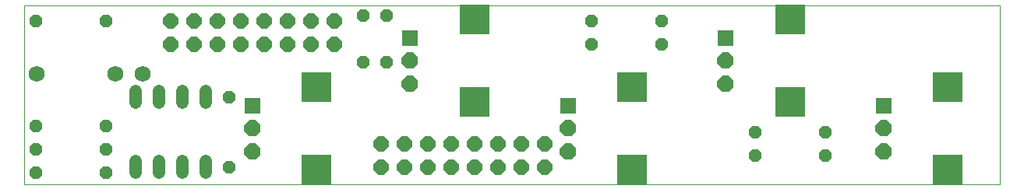
<source format=gts>
G75*
%MOIN*%
%OFA0B0*%
%FSLAX24Y24*%
%IPPOS*%
%LPD*%
%AMOC8*
5,1,8,0,0,1.08239X$1,22.5*
%
%ADD10C,0.0000*%
%ADD11C,0.0690*%
%ADD12OC8,0.0640*%
%ADD13OC8,0.0520*%
%ADD14C,0.0540*%
%ADD15R,0.0700X0.0700*%
%ADD16OC8,0.0700*%
%ADD17R,0.1267X0.1267*%
D10*
X000100Y000668D02*
X000100Y008345D01*
X041832Y008345D01*
X041832Y000668D01*
X000100Y000668D01*
D11*
X000631Y005418D03*
X003978Y005418D03*
X005159Y005418D03*
D12*
X006350Y006668D03*
X007350Y006668D03*
X008350Y006668D03*
X009350Y006668D03*
X010350Y006668D03*
X011350Y006668D03*
X012350Y006668D03*
X013350Y006668D03*
X013350Y007668D03*
X012350Y007668D03*
X011350Y007668D03*
X010350Y007668D03*
X009350Y007668D03*
X008350Y007668D03*
X007350Y007668D03*
X006350Y007668D03*
X015350Y002418D03*
X016350Y002418D03*
X017350Y002418D03*
X018350Y002418D03*
X019350Y002418D03*
X020350Y002418D03*
X021350Y002418D03*
X022350Y002418D03*
X022350Y001418D03*
X021350Y001418D03*
X020350Y001418D03*
X019350Y001418D03*
X018350Y001418D03*
X017350Y001418D03*
X016350Y001418D03*
X015350Y001418D03*
D13*
X008850Y001418D03*
X003600Y001168D03*
X000600Y001168D03*
X000600Y002168D03*
X003600Y002168D03*
X003600Y003168D03*
X000600Y003168D03*
X008850Y004418D03*
X014600Y005918D03*
X015600Y005918D03*
X024350Y006668D03*
X027350Y006668D03*
X027350Y007668D03*
X024350Y007668D03*
X015600Y007918D03*
X014600Y007918D03*
X003600Y007668D03*
X000600Y007668D03*
X031350Y002918D03*
X034350Y002918D03*
X034350Y001918D03*
X031350Y001918D03*
D14*
X007850Y001668D02*
X007850Y001168D01*
X006850Y001168D02*
X006850Y001668D01*
X005850Y001668D02*
X005850Y001168D01*
X004850Y001168D02*
X004850Y001668D01*
X004850Y004168D02*
X004850Y004668D01*
X005850Y004668D02*
X005850Y004168D01*
X006850Y004168D02*
X006850Y004668D01*
X007850Y004668D02*
X007850Y004168D01*
D15*
X009844Y004052D03*
X016594Y006952D03*
X023344Y004052D03*
X030094Y006952D03*
X036844Y004052D03*
D16*
X036844Y003068D03*
X036844Y002083D03*
X030094Y004983D03*
X030094Y005968D03*
X023344Y003068D03*
X023344Y002083D03*
X016594Y004983D03*
X016594Y005968D03*
X009844Y003068D03*
X009844Y002083D03*
D17*
X012600Y001296D03*
X019350Y004196D03*
X012600Y004839D03*
X019350Y007739D03*
X026100Y004839D03*
X032850Y004196D03*
X039600Y004839D03*
X032850Y007739D03*
X026100Y001296D03*
X039600Y001296D03*
M02*

</source>
